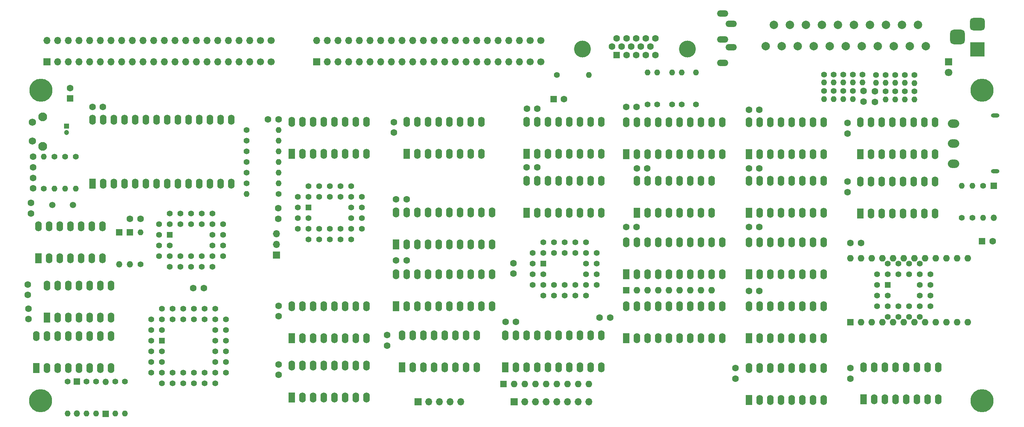
<source format=gbr>
%TF.GenerationSoftware,KiCad,Pcbnew,7.0.10*%
%TF.CreationDate,2024-05-18T10:40:10+01:00*%
%TF.ProjectId,v1c,7631632e-6b69-4636-9164-5f7063625858,rev?*%
%TF.SameCoordinates,Original*%
%TF.FileFunction,Soldermask,Bot*%
%TF.FilePolarity,Negative*%
%FSLAX46Y46*%
G04 Gerber Fmt 4.6, Leading zero omitted, Abs format (unit mm)*
G04 Created by KiCad (PCBNEW 7.0.10) date 2024-05-18 10:40:10*
%MOMM*%
%LPD*%
G01*
G04 APERTURE LIST*
G04 Aperture macros list*
%AMRoundRect*
0 Rectangle with rounded corners*
0 $1 Rounding radius*
0 $2 $3 $4 $5 $6 $7 $8 $9 X,Y pos of 4 corners*
0 Add a 4 corners polygon primitive as box body*
4,1,4,$2,$3,$4,$5,$6,$7,$8,$9,$2,$3,0*
0 Add four circle primitives for the rounded corners*
1,1,$1+$1,$2,$3*
1,1,$1+$1,$4,$5*
1,1,$1+$1,$6,$7*
1,1,$1+$1,$8,$9*
0 Add four rect primitives between the rounded corners*
20,1,$1+$1,$2,$3,$4,$5,0*
20,1,$1+$1,$4,$5,$6,$7,0*
20,1,$1+$1,$6,$7,$8,$9,0*
20,1,$1+$1,$8,$9,$2,$3,0*%
G04 Aperture macros list end*
%ADD10C,1.600000*%
%ADD11R,1.600000X1.600000*%
%ADD12O,1.600000X1.600000*%
%ADD13R,1.422400X1.422400*%
%ADD14C,1.422400*%
%ADD15R,1.600000X2.400000*%
%ADD16O,1.600000X2.400000*%
%ADD17R,3.500000X3.500000*%
%ADD18RoundRect,0.750000X-1.000000X0.750000X-1.000000X-0.750000X1.000000X-0.750000X1.000000X0.750000X0*%
%ADD19RoundRect,0.875000X-0.875000X0.875000X-0.875000X-0.875000X0.875000X-0.875000X0.875000X0.875000X0*%
%ADD20C,4.000000*%
%ADD21C,1.400000*%
%ADD22O,1.400000X1.400000*%
%ADD23R,1.200000X1.200000*%
%ADD24C,1.200000*%
%ADD25R,1.500000X1.500000*%
%ADD26O,1.500000X1.500000*%
%ADD27C,5.500000*%
%ADD28C,2.100000*%
%ADD29C,1.750000*%
%ADD30R,1.700000X1.700000*%
%ADD31O,1.700000X1.700000*%
%ADD32O,2.000000X1.000000*%
%ADD33O,2.700000X2.000000*%
%ADD34C,1.998980*%
%ADD35R,1.800000X1.800000*%
%ADD36C,1.800000*%
%ADD37C,1.700000*%
%ADD38O,2.700000X1.500000*%
%ADD39C,1.500000*%
G04 APERTURE END LIST*
D10*
%TO.C,Cd11*%
X101600000Y-126365000D03*
X101600000Y-128865000D03*
%TD*%
D11*
%TO.C,U20*%
X237633000Y-116325000D03*
D12*
X240173000Y-116325000D03*
X242713000Y-116325000D03*
X245253000Y-116325000D03*
X247793000Y-116325000D03*
X250333000Y-116325000D03*
X252873000Y-116325000D03*
X255413000Y-116325000D03*
X257953000Y-116325000D03*
X260493000Y-116325000D03*
X263033000Y-116325000D03*
X265573000Y-116325000D03*
X265573000Y-101085000D03*
X263033000Y-101085000D03*
X260493000Y-101085000D03*
X257953000Y-101085000D03*
X255413000Y-101085000D03*
X252873000Y-101085000D03*
X250333000Y-101085000D03*
X247793000Y-101085000D03*
X245253000Y-101085000D03*
X242713000Y-101085000D03*
X240173000Y-101085000D03*
X237633000Y-101085000D03*
%TD*%
D13*
%TO.C,U5*%
X108743000Y-89000000D03*
D14*
X106203000Y-91540000D03*
X108743000Y-91540000D03*
X106203000Y-94080000D03*
X108743000Y-96620000D03*
X108743000Y-94080000D03*
X111283000Y-96620000D03*
X111283000Y-94080000D03*
X113823000Y-96620000D03*
X113823000Y-94080000D03*
X116363000Y-96620000D03*
X116363000Y-94080000D03*
X118903000Y-96620000D03*
X121443000Y-94080000D03*
X118903000Y-94080000D03*
X121443000Y-91540000D03*
X118903000Y-91540000D03*
X121443000Y-89000000D03*
X118903000Y-89000000D03*
X121443000Y-86460000D03*
X118903000Y-83920000D03*
X118903000Y-86460000D03*
X116363000Y-83920000D03*
X116363000Y-86460000D03*
X113823000Y-83920000D03*
X113823000Y-86460000D03*
X111283000Y-83920000D03*
X111283000Y-86460000D03*
X108743000Y-83920000D03*
X106203000Y-86460000D03*
X108743000Y-86460000D03*
X106203000Y-89000000D03*
%TD*%
D10*
%TO.C,Cd4*%
X129540000Y-101600000D03*
X132040000Y-101600000D03*
%TD*%
%TO.C,C5*%
X243500000Y-63819000D03*
X243500000Y-61319000D03*
%TD*%
%TO.C,Cd28*%
X213528000Y-79612000D03*
X216028000Y-79612000D03*
%TD*%
D15*
%TO.C,U19*%
X240030000Y-76300000D03*
D16*
X242570000Y-76300000D03*
X245110000Y-76300000D03*
X247650000Y-76300000D03*
X250190000Y-76300000D03*
X252730000Y-76300000D03*
X255270000Y-76300000D03*
X257810000Y-76300000D03*
X257810000Y-68680000D03*
X255270000Y-68680000D03*
X252730000Y-68680000D03*
X250190000Y-68680000D03*
X247650000Y-68680000D03*
X245110000Y-68680000D03*
X242570000Y-68680000D03*
X240030000Y-68680000D03*
%TD*%
D17*
%TO.C,J3*%
X267857500Y-51300000D03*
D18*
X267857500Y-45300000D03*
D19*
X263157500Y-48300000D03*
%TD*%
D20*
%TO.C,J7*%
X198890000Y-51181000D03*
X173890000Y-51181000D03*
D11*
X182075000Y-52601000D03*
D10*
X184365000Y-52601000D03*
X186655000Y-52601000D03*
X188945000Y-52601000D03*
X191235000Y-52601000D03*
X180930000Y-50621000D03*
X183220000Y-50621000D03*
X185510000Y-50621000D03*
X187800000Y-50621000D03*
X190090000Y-50621000D03*
X182075000Y-48641000D03*
X184365000Y-48641000D03*
X186655000Y-48641000D03*
X188945000Y-48641000D03*
X191235000Y-48641000D03*
%TD*%
D21*
%TO.C,R25*%
X236007000Y-57270000D03*
D22*
X236007000Y-59170000D03*
%TD*%
D21*
%TO.C,R10*%
X93980000Y-78105000D03*
D22*
X101600000Y-78105000D03*
%TD*%
D15*
%TO.C,U18*%
X240030000Y-90407000D03*
D16*
X242570000Y-90407000D03*
X245110000Y-90407000D03*
X247650000Y-90407000D03*
X250190000Y-90407000D03*
X252730000Y-90407000D03*
X255270000Y-90407000D03*
X257810000Y-90407000D03*
X257810000Y-82787000D03*
X255270000Y-82787000D03*
X252730000Y-82787000D03*
X250190000Y-82787000D03*
X247650000Y-82787000D03*
X245110000Y-82787000D03*
X242570000Y-82787000D03*
X240030000Y-82787000D03*
%TD*%
D10*
%TO.C,Cd32*%
X210353000Y-127237000D03*
X210353000Y-129737000D03*
%TD*%
D21*
%TO.C,R7*%
X45720000Y-84455000D03*
D22*
X45720000Y-76835000D03*
%TD*%
D23*
%TO.C,C1*%
X51100000Y-69577400D03*
D24*
X51100000Y-71077400D03*
%TD*%
D21*
%TO.C,R11*%
X93980000Y-75565000D03*
D22*
X101600000Y-75565000D03*
%TD*%
D21*
%TO.C,R16*%
X195240000Y-64372000D03*
D22*
X195240000Y-56752000D03*
%TD*%
D21*
%TO.C,R24*%
X233721000Y-57270000D03*
D22*
X233721000Y-59170000D03*
%TD*%
D11*
%TO.C,RN2*%
X155098000Y-131047000D03*
D12*
X157638000Y-131047000D03*
X160178000Y-131047000D03*
X162718000Y-131047000D03*
X165258000Y-131047000D03*
X167798000Y-131047000D03*
X170338000Y-131047000D03*
X172878000Y-131047000D03*
X175418000Y-131047000D03*
%TD*%
D21*
%TO.C,R9*%
X93980000Y-80645000D03*
D22*
X101600000Y-80645000D03*
%TD*%
D25*
%TO.C,D4*%
X66208000Y-94852000D03*
D26*
X66208000Y-102472000D03*
%TD*%
D27*
%TO.C,H2*%
X45000000Y-135000000D03*
%TD*%
D15*
%TO.C,U3*%
X104775000Y-134222000D03*
D16*
X107315000Y-134222000D03*
X109855000Y-134222000D03*
X112395000Y-134222000D03*
X114935000Y-134222000D03*
X117475000Y-134222000D03*
X120015000Y-134222000D03*
X122555000Y-134222000D03*
X122555000Y-126602000D03*
X120015000Y-126602000D03*
X117475000Y-126602000D03*
X114935000Y-126602000D03*
X112395000Y-126602000D03*
X109855000Y-126602000D03*
X107315000Y-126602000D03*
X104775000Y-126602000D03*
%TD*%
D15*
%TO.C,U16*%
X213493000Y-134857000D03*
D16*
X216033000Y-134857000D03*
X218573000Y-134857000D03*
X221113000Y-134857000D03*
X223653000Y-134857000D03*
X226193000Y-134857000D03*
X228733000Y-134857000D03*
X231273000Y-134857000D03*
X231273000Y-127237000D03*
X228733000Y-127237000D03*
X226193000Y-127237000D03*
X223653000Y-127237000D03*
X221113000Y-127237000D03*
X218573000Y-127237000D03*
X216033000Y-127237000D03*
X213493000Y-127237000D03*
%TD*%
D21*
%TO.C,R39*%
X167808000Y-57387000D03*
D22*
X175428000Y-57387000D03*
%TD*%
D21*
%TO.C,R34*%
X248326000Y-57387000D03*
D22*
X248326000Y-59287000D03*
%TD*%
D10*
%TO.C,C3*%
X43180000Y-76855000D03*
X43180000Y-79355000D03*
%TD*%
D15*
%TO.C,U7*%
X160655000Y-76200000D03*
D16*
X163195000Y-76200000D03*
X165735000Y-76200000D03*
X168275000Y-76200000D03*
X170815000Y-76200000D03*
X173355000Y-76200000D03*
X175895000Y-76200000D03*
X178435000Y-76200000D03*
X178435000Y-68580000D03*
X175895000Y-68580000D03*
X173355000Y-68580000D03*
X170815000Y-68580000D03*
X168275000Y-68580000D03*
X165735000Y-68580000D03*
X163195000Y-68580000D03*
X160655000Y-68580000D03*
%TD*%
D21*
%TO.C,R2*%
X101600000Y-85725000D03*
D22*
X93980000Y-85725000D03*
%TD*%
D28*
%TO.C,SW1*%
X45466000Y-74422000D03*
X45466000Y-67412000D03*
D29*
X42976000Y-73172000D03*
X42976000Y-68672000D03*
%TD*%
D15*
%TO.C,U2*%
X44450000Y-101065000D03*
D16*
X46990000Y-101065000D03*
X49530000Y-101065000D03*
X52070000Y-101065000D03*
X54610000Y-101065000D03*
X57150000Y-101065000D03*
X59690000Y-101065000D03*
X59690000Y-93445000D03*
X57150000Y-93445000D03*
X54610000Y-93445000D03*
X52070000Y-93445000D03*
X49530000Y-93445000D03*
X46990000Y-93445000D03*
X44450000Y-93445000D03*
%TD*%
D21*
%TO.C,R22*%
X238293000Y-61202000D03*
D22*
X238293000Y-63102000D03*
%TD*%
D21*
%TO.C,R5*%
X50800000Y-76835000D03*
D22*
X50800000Y-84455000D03*
%TD*%
D30*
%TO.C,J2*%
X157638000Y-135255000D03*
D31*
X160178000Y-135255000D03*
X162718000Y-135255000D03*
X165258000Y-135255000D03*
X167798000Y-135255000D03*
X170338000Y-135255000D03*
X172878000Y-135255000D03*
X175418000Y-135255000D03*
%TD*%
D21*
%TO.C,R15*%
X191684000Y-64372000D03*
D22*
X191684000Y-56752000D03*
%TD*%
D21*
%TO.C,R6*%
X53340000Y-76835000D03*
D22*
X53340000Y-84455000D03*
%TD*%
D21*
%TO.C,R32*%
X252898000Y-57408000D03*
D22*
X252898000Y-59308000D03*
%TD*%
D32*
%TO.C,SW2*%
X272155000Y-80310000D03*
X272155000Y-67010000D03*
D33*
X262255000Y-78510000D03*
X262255000Y-73710000D03*
X262255000Y-69010000D03*
%TD*%
D21*
%TO.C,R38*%
X266700000Y-91440000D03*
D22*
X266700000Y-83820000D03*
%TD*%
D10*
%TO.C,Cd27*%
X42672000Y-90367000D03*
X42672000Y-87867000D03*
%TD*%
D21*
%TO.C,R21*%
X236007000Y-61202000D03*
D22*
X236007000Y-63102000D03*
%TD*%
D10*
%TO.C,Cd1*%
X180508000Y-115172000D03*
X178008000Y-115172000D03*
%TD*%
D21*
%TO.C,R3*%
X58166000Y-130412000D03*
D22*
X58166000Y-138032000D03*
%TD*%
D15*
%TO.C,U15*%
X184308000Y-76300000D03*
D16*
X186848000Y-76300000D03*
X189388000Y-76300000D03*
X191928000Y-76300000D03*
X194468000Y-76300000D03*
X197008000Y-76300000D03*
X199548000Y-76300000D03*
X202088000Y-76300000D03*
X204628000Y-76300000D03*
X207168000Y-76300000D03*
X207168000Y-68680000D03*
X204628000Y-68680000D03*
X202088000Y-68680000D03*
X199548000Y-68680000D03*
X197008000Y-68680000D03*
X194468000Y-68680000D03*
X191928000Y-68680000D03*
X189388000Y-68680000D03*
X186848000Y-68680000D03*
X184308000Y-68680000D03*
%TD*%
D10*
%TO.C,Cd15*%
X41910000Y-107315000D03*
X41910000Y-109815000D03*
%TD*%
%TO.C,Cd30*%
X213528000Y-65642000D03*
X216028000Y-65642000D03*
%TD*%
D15*
%TO.C,U17*%
X240813000Y-134710000D03*
D16*
X243353000Y-134710000D03*
X245893000Y-134710000D03*
X248433000Y-134710000D03*
X250973000Y-134710000D03*
X253513000Y-134710000D03*
X256053000Y-134710000D03*
X258593000Y-134710000D03*
X258593000Y-127090000D03*
X256053000Y-127090000D03*
X253513000Y-127090000D03*
X250973000Y-127090000D03*
X248433000Y-127090000D03*
X245893000Y-127090000D03*
X243353000Y-127090000D03*
X240813000Y-127090000D03*
%TD*%
D10*
%TO.C,C2*%
X43180000Y-84415000D03*
X43180000Y-81915000D03*
%TD*%
%TO.C,Cd9*%
X213528000Y-93582000D03*
X216028000Y-93582000D03*
%TD*%
%TO.C,Cd29*%
X160695000Y-65405000D03*
X163195000Y-65405000D03*
%TD*%
D21*
%TO.C,R1*%
X55880000Y-130412000D03*
D22*
X55880000Y-138032000D03*
%TD*%
D21*
%TO.C,R28*%
X252898000Y-61319000D03*
D22*
X252898000Y-63219000D03*
%TD*%
D10*
%TO.C,Cd19*%
X101600000Y-67945000D03*
X99100000Y-67945000D03*
%TD*%
D21*
%TO.C,R14*%
X189398000Y-64372000D03*
D22*
X189398000Y-56752000D03*
%TD*%
D10*
%TO.C,Cd2*%
X155595000Y-116205000D03*
X158095000Y-116205000D03*
%TD*%
D15*
%TO.C,U32*%
X129540000Y-112495000D03*
D16*
X132080000Y-112495000D03*
X134620000Y-112495000D03*
X137160000Y-112495000D03*
X139700000Y-112495000D03*
X142240000Y-112495000D03*
X144780000Y-112495000D03*
X147320000Y-112495000D03*
X149860000Y-112495000D03*
X152400000Y-112495000D03*
X152400000Y-104875000D03*
X149860000Y-104875000D03*
X147320000Y-104875000D03*
X144780000Y-104875000D03*
X142240000Y-104875000D03*
X139700000Y-104875000D03*
X137160000Y-104875000D03*
X134620000Y-104875000D03*
X132080000Y-104875000D03*
X129540000Y-104875000D03*
%TD*%
D11*
%TO.C,C7*%
X167045000Y-63102000D03*
D10*
X169545000Y-63102000D03*
%TD*%
%TO.C,Cd13*%
X42078000Y-115570000D03*
X42078000Y-113070000D03*
%TD*%
D21*
%TO.C,R4*%
X48260000Y-76835000D03*
D22*
X48260000Y-84455000D03*
%TD*%
D11*
%TO.C,C6*%
X269000000Y-97000000D03*
D10*
X271500000Y-97000000D03*
%TD*%
D25*
%TO.C,D1*%
X53594000Y-130412000D03*
D26*
X53594000Y-138032000D03*
%TD*%
D15*
%TO.C,U24*%
X213493000Y-90270000D03*
D16*
X216033000Y-90270000D03*
X218573000Y-90270000D03*
X221113000Y-90270000D03*
X223653000Y-90270000D03*
X226193000Y-90270000D03*
X228733000Y-90270000D03*
X231273000Y-90270000D03*
X231273000Y-82650000D03*
X228733000Y-82650000D03*
X226193000Y-82650000D03*
X223653000Y-82650000D03*
X221113000Y-82650000D03*
X218573000Y-82650000D03*
X216033000Y-82650000D03*
X213493000Y-82650000D03*
%TD*%
D15*
%TO.C,U14*%
X186838000Y-90260000D03*
D16*
X189378000Y-90260000D03*
X191918000Y-90260000D03*
X194458000Y-90260000D03*
X196998000Y-90260000D03*
X199538000Y-90260000D03*
X202078000Y-90260000D03*
X204618000Y-90260000D03*
X204618000Y-82640000D03*
X202078000Y-82640000D03*
X199538000Y-82640000D03*
X196998000Y-82640000D03*
X194458000Y-82640000D03*
X191918000Y-82640000D03*
X189378000Y-82640000D03*
X186838000Y-82640000D03*
%TD*%
D30*
%TO.C,J9*%
X101092000Y-100315000D03*
D31*
X101092000Y-97775000D03*
X101092000Y-95235000D03*
%TD*%
D21*
%TO.C,R36*%
X243754000Y-57387000D03*
D22*
X243754000Y-59287000D03*
%TD*%
D11*
%TO.C,RN1*%
X184288000Y-108685000D03*
D12*
X186828000Y-108685000D03*
X189368000Y-108685000D03*
X191908000Y-108685000D03*
X194448000Y-108685000D03*
X196988000Y-108685000D03*
X199528000Y-108685000D03*
X202068000Y-108685000D03*
X204608000Y-108685000D03*
%TD*%
D27*
%TO.C,H4*%
X269000000Y-135000000D03*
%TD*%
D21*
%TO.C,R29*%
X250612000Y-61319600D03*
D22*
X250612000Y-63219600D03*
%TD*%
D10*
%TO.C,Cd20*%
X237698000Y-97392000D03*
X240198000Y-97392000D03*
%TD*%
D21*
%TO.C,R44*%
X65000000Y-130429000D03*
D22*
X65000000Y-138049000D03*
%TD*%
D13*
%TO.C,U21*%
X246523000Y-107425000D03*
D14*
X243983000Y-109965000D03*
X246523000Y-109965000D03*
X243983000Y-112505000D03*
X246523000Y-115045000D03*
X246523000Y-112505000D03*
X249063000Y-115045000D03*
X249063000Y-112505000D03*
X251603000Y-115045000D03*
X251603000Y-112505000D03*
X254143000Y-115045000D03*
X256683000Y-112505000D03*
X254143000Y-112505000D03*
X256683000Y-109965000D03*
X254143000Y-109965000D03*
X256683000Y-107425000D03*
X254143000Y-107425000D03*
X256683000Y-104885000D03*
X254143000Y-102345000D03*
X254143000Y-104885000D03*
X251603000Y-102345000D03*
X251603000Y-104885000D03*
X249063000Y-102345000D03*
X249063000Y-104885000D03*
X246523000Y-102345000D03*
X243983000Y-104885000D03*
X246523000Y-104885000D03*
X243983000Y-107425000D03*
%TD*%
D27*
%TO.C,H3*%
X269030000Y-61000000D03*
%TD*%
D10*
%TO.C,C4*%
X240833000Y-63702000D03*
X240833000Y-61202000D03*
%TD*%
D21*
%TO.C,R37*%
X68748000Y-102472000D03*
D22*
X68748000Y-94852000D03*
%TD*%
D25*
%TO.C,D2*%
X271780000Y-83820000D03*
D26*
X271780000Y-91440000D03*
%TD*%
D15*
%TO.C,U23*%
X213493000Y-104875000D03*
D16*
X216033000Y-104875000D03*
X218573000Y-104875000D03*
X221113000Y-104875000D03*
X223653000Y-104875000D03*
X226193000Y-104875000D03*
X228733000Y-104875000D03*
X231273000Y-104875000D03*
X231273000Y-97255000D03*
X228733000Y-97255000D03*
X226193000Y-97255000D03*
X223653000Y-97255000D03*
X221113000Y-97255000D03*
X218573000Y-97255000D03*
X216033000Y-97255000D03*
X213493000Y-97255000D03*
%TD*%
D10*
%TO.C,Cd31*%
X101514000Y-89137000D03*
X101514000Y-91637000D03*
%TD*%
D21*
%TO.C,R41*%
X264160000Y-91440000D03*
D22*
X264160000Y-83820000D03*
%TD*%
D11*
%TO.C,C8*%
X52000000Y-63000000D03*
D10*
X52000000Y-60500000D03*
%TD*%
D15*
%TO.C,U28*%
X57293000Y-83290000D03*
D16*
X59833000Y-83290000D03*
X62373000Y-83290000D03*
X64913000Y-83290000D03*
X67453000Y-83290000D03*
X69993000Y-83290000D03*
X72533000Y-83290000D03*
X75073000Y-83290000D03*
X77613000Y-83290000D03*
X80153000Y-83290000D03*
X82693000Y-83290000D03*
X85233000Y-83290000D03*
X87773000Y-83290000D03*
X90313000Y-83290000D03*
X90313000Y-68050000D03*
X87773000Y-68050000D03*
X85233000Y-68050000D03*
X82693000Y-68050000D03*
X80153000Y-68050000D03*
X77613000Y-68050000D03*
X75073000Y-68050000D03*
X72533000Y-68050000D03*
X69993000Y-68050000D03*
X67453000Y-68050000D03*
X64913000Y-68050000D03*
X62373000Y-68050000D03*
X59833000Y-68050000D03*
X57293000Y-68050000D03*
%TD*%
D15*
%TO.C,U10*%
X104775000Y-76200000D03*
D16*
X107315000Y-76200000D03*
X109855000Y-76200000D03*
X112395000Y-76200000D03*
X114935000Y-76200000D03*
X117475000Y-76200000D03*
X120015000Y-76200000D03*
X122555000Y-76200000D03*
X122555000Y-68580000D03*
X120015000Y-68580000D03*
X117475000Y-68580000D03*
X114935000Y-68580000D03*
X112395000Y-68580000D03*
X109855000Y-68580000D03*
X107315000Y-68580000D03*
X104775000Y-68580000D03*
%TD*%
D10*
%TO.C,Cd25*%
X127422000Y-119383000D03*
X127422000Y-121883000D03*
%TD*%
D21*
%TO.C,R43*%
X62738000Y-130450000D03*
D22*
X62738000Y-138070000D03*
%TD*%
D34*
%TO.C,J4*%
X217513000Y-50559640D03*
X219418000Y-45479640D03*
X221323000Y-50559640D03*
X223228000Y-45479640D03*
X225133000Y-50559640D03*
X227038000Y-45479640D03*
X228943000Y-50559640D03*
X230848000Y-45479640D03*
X232753000Y-50559640D03*
X234658000Y-45479640D03*
X236563000Y-50559640D03*
X238468000Y-45479640D03*
X240373000Y-50559640D03*
X242278000Y-45479640D03*
X244183000Y-50559640D03*
X246088000Y-45479640D03*
X247993000Y-50559640D03*
X249898000Y-45479640D03*
X251803000Y-50559640D03*
X253708000Y-45479640D03*
X255613000Y-50559640D03*
%TD*%
D13*
%TO.C,U8*%
X164623000Y-102335000D03*
D14*
X162083000Y-104875000D03*
X164623000Y-104875000D03*
X162083000Y-107415000D03*
X164623000Y-109955000D03*
X164623000Y-107415000D03*
X167163000Y-109955000D03*
X167163000Y-107415000D03*
X169703000Y-109955000D03*
X169703000Y-107415000D03*
X172243000Y-109955000D03*
X172243000Y-107415000D03*
X174783000Y-109955000D03*
X177323000Y-107415000D03*
X174783000Y-107415000D03*
X177323000Y-104875000D03*
X174783000Y-104875000D03*
X177323000Y-102335000D03*
X174783000Y-102335000D03*
X177323000Y-99795000D03*
X174783000Y-97255000D03*
X174783000Y-99795000D03*
X172243000Y-97255000D03*
X172243000Y-99795000D03*
X169703000Y-97255000D03*
X169703000Y-99795000D03*
X167163000Y-97255000D03*
X167163000Y-99795000D03*
X164623000Y-97255000D03*
X162083000Y-99795000D03*
X164623000Y-99795000D03*
X162083000Y-102335000D03*
%TD*%
D15*
%TO.C,U22*%
X213518000Y-120125000D03*
D16*
X216058000Y-120125000D03*
X218598000Y-120125000D03*
X221138000Y-120125000D03*
X223678000Y-120125000D03*
X226218000Y-120125000D03*
X228758000Y-120125000D03*
X231298000Y-120125000D03*
X231298000Y-112505000D03*
X228758000Y-112505000D03*
X226218000Y-112505000D03*
X223678000Y-112505000D03*
X221138000Y-112505000D03*
X218598000Y-112505000D03*
X216058000Y-112505000D03*
X213518000Y-112505000D03*
%TD*%
D15*
%TO.C,U26*%
X46523000Y-115172000D03*
D16*
X49063000Y-115172000D03*
X51603000Y-115172000D03*
X54143000Y-115172000D03*
X56683000Y-115172000D03*
X59223000Y-115172000D03*
X61763000Y-115172000D03*
X61763000Y-107552000D03*
X59223000Y-107552000D03*
X56683000Y-107552000D03*
X54143000Y-107552000D03*
X51603000Y-107552000D03*
X49063000Y-107552000D03*
X46523000Y-107552000D03*
%TD*%
D13*
%TO.C,U1*%
X73818000Y-120750000D03*
D14*
X71278000Y-123290000D03*
X73818000Y-123290000D03*
X71278000Y-125830000D03*
X73818000Y-125830000D03*
X71278000Y-128370000D03*
X73818000Y-130910000D03*
X73818000Y-128370000D03*
X76358000Y-130910000D03*
X76358000Y-128370000D03*
X78898000Y-130910000D03*
X78898000Y-128370000D03*
X81438000Y-130910000D03*
X81438000Y-128370000D03*
X83978000Y-130910000D03*
X83978000Y-128370000D03*
X86518000Y-130910000D03*
X89058000Y-128370000D03*
X86518000Y-128370000D03*
X89058000Y-125830000D03*
X86518000Y-125830000D03*
X89058000Y-123290000D03*
X86518000Y-123290000D03*
X89058000Y-120750000D03*
X86518000Y-120750000D03*
X89058000Y-118210000D03*
X86518000Y-118210000D03*
X89058000Y-115670000D03*
X86518000Y-113130000D03*
X86518000Y-115670000D03*
X83978000Y-113130000D03*
X83978000Y-115670000D03*
X81438000Y-113130000D03*
X81438000Y-115670000D03*
X78898000Y-113130000D03*
X78898000Y-115670000D03*
X76358000Y-113130000D03*
X76358000Y-115670000D03*
X73818000Y-113130000D03*
X71278000Y-115670000D03*
X73818000Y-115670000D03*
X71278000Y-118210000D03*
X73818000Y-118210000D03*
X71278000Y-120750000D03*
%TD*%
D30*
%TO.C,J1*%
X134788000Y-135255000D03*
D31*
X137328000Y-135255000D03*
X139868000Y-135255000D03*
X142408000Y-135255000D03*
X144948000Y-135255000D03*
%TD*%
D35*
%TO.C,D3*%
X261030000Y-54225000D03*
D36*
X261030000Y-56765000D03*
%TD*%
D15*
%TO.C,U31*%
X155575000Y-127090000D03*
D16*
X158115000Y-127090000D03*
X160655000Y-127090000D03*
X163195000Y-127090000D03*
X165735000Y-127090000D03*
X168275000Y-127090000D03*
X170815000Y-127090000D03*
X173355000Y-127090000D03*
X175895000Y-127090000D03*
X178435000Y-127090000D03*
X178435000Y-119470000D03*
X175895000Y-119470000D03*
X173355000Y-119470000D03*
X170815000Y-119470000D03*
X168275000Y-119470000D03*
X165735000Y-119470000D03*
X163195000Y-119470000D03*
X160655000Y-119470000D03*
X158115000Y-119470000D03*
X155575000Y-119470000D03*
%TD*%
D21*
%TO.C,R35*%
X246040000Y-57387000D03*
D22*
X246040000Y-59287000D03*
%TD*%
D21*
%TO.C,R12*%
X93980000Y-73025000D03*
D22*
X101600000Y-73025000D03*
%TD*%
D21*
%TO.C,R17*%
X197526000Y-64372000D03*
D22*
X197526000Y-56752000D03*
%TD*%
D21*
%TO.C,R20*%
X233721000Y-61202000D03*
D22*
X233721000Y-63102000D03*
%TD*%
D13*
%TO.C,U29*%
X75723000Y-95487000D03*
D14*
X73183000Y-98027000D03*
X75723000Y-98027000D03*
X73183000Y-100567000D03*
X75723000Y-103107000D03*
X75723000Y-100567000D03*
X78263000Y-103107000D03*
X78263000Y-100567000D03*
X80803000Y-103107000D03*
X80803000Y-100567000D03*
X83343000Y-103107000D03*
X83343000Y-100567000D03*
X85883000Y-103107000D03*
X88423000Y-100567000D03*
X85883000Y-100567000D03*
X88423000Y-98027000D03*
X85883000Y-98027000D03*
X88423000Y-95487000D03*
X85883000Y-95487000D03*
X88423000Y-92947000D03*
X85883000Y-90407000D03*
X85883000Y-92947000D03*
X83343000Y-90407000D03*
X83343000Y-92947000D03*
X80803000Y-90407000D03*
X80803000Y-92947000D03*
X78263000Y-90407000D03*
X78263000Y-92947000D03*
X75723000Y-90407000D03*
X73183000Y-92947000D03*
X75723000Y-92947000D03*
X73183000Y-95487000D03*
%TD*%
D10*
%TO.C,Cd26*%
X184318000Y-93582000D03*
X186818000Y-93582000D03*
%TD*%
D15*
%TO.C,U30*%
X130958000Y-127090000D03*
D16*
X133498000Y-127090000D03*
X136038000Y-127090000D03*
X138578000Y-127090000D03*
X141118000Y-127090000D03*
X143658000Y-127090000D03*
X146198000Y-127090000D03*
X148738000Y-127090000D03*
X148738000Y-119470000D03*
X146198000Y-119470000D03*
X143658000Y-119470000D03*
X141118000Y-119470000D03*
X138578000Y-119470000D03*
X136038000Y-119470000D03*
X133498000Y-119470000D03*
X130958000Y-119470000D03*
%TD*%
D30*
%TO.C,J6*%
X110648000Y-54212000D03*
D31*
X110648000Y-49132000D03*
X113188000Y-54212000D03*
X113188000Y-49132000D03*
X115728000Y-54212000D03*
X115728000Y-49132000D03*
X118268000Y-54212000D03*
X118268000Y-49132000D03*
X120808000Y-54212000D03*
X120808000Y-49132000D03*
X123348000Y-54212000D03*
X123348000Y-49132000D03*
X125888000Y-54212000D03*
X125888000Y-49132000D03*
X128428000Y-54212000D03*
X128428000Y-49132000D03*
X130968000Y-54212000D03*
X130968000Y-49132000D03*
X133508000Y-54212000D03*
X133508000Y-49132000D03*
X136048000Y-54212000D03*
X136048000Y-49132000D03*
X138588000Y-54212000D03*
X138588000Y-49132000D03*
X141128000Y-54212000D03*
X141128000Y-49132000D03*
X143668000Y-54212000D03*
X143668000Y-49132000D03*
X146208000Y-54212000D03*
X146208000Y-49132000D03*
X148748000Y-54212000D03*
X148748000Y-49132000D03*
X151288000Y-54212000D03*
X151288000Y-49132000D03*
X153828000Y-54212000D03*
X153828000Y-49132000D03*
X156368000Y-54212000D03*
X156368000Y-49132000D03*
X158908000Y-54212000D03*
X158908000Y-49132000D03*
D37*
X161448000Y-54212000D03*
X161448000Y-49132000D03*
X163988000Y-54212000D03*
X163988000Y-49132000D03*
%TD*%
D10*
%TO.C,Cd16*%
X213528000Y-108822000D03*
X216028000Y-108822000D03*
%TD*%
D21*
%TO.C,R40*%
X269240000Y-83820000D03*
D22*
X269240000Y-91440000D03*
%TD*%
D10*
%TO.C,Cd14*%
X83820000Y-108187000D03*
X81320000Y-108187000D03*
%TD*%
D15*
%TO.C,U4*%
X104775000Y-120115000D03*
D16*
X107315000Y-120115000D03*
X109855000Y-120115000D03*
X112395000Y-120115000D03*
X114935000Y-120115000D03*
X117475000Y-120115000D03*
X120015000Y-120115000D03*
X122555000Y-120115000D03*
X122555000Y-112495000D03*
X120015000Y-112495000D03*
X117475000Y-112495000D03*
X114935000Y-112495000D03*
X112395000Y-112495000D03*
X109855000Y-112495000D03*
X107315000Y-112495000D03*
X104775000Y-112495000D03*
%TD*%
D10*
%TO.C,Cd10*%
X68748000Y-91677000D03*
X66248000Y-91677000D03*
%TD*%
%TO.C,Cd17*%
X186858000Y-79612000D03*
X189358000Y-79612000D03*
%TD*%
D21*
%TO.C,R13*%
X93980000Y-70485000D03*
D22*
X101600000Y-70485000D03*
%TD*%
D10*
%TO.C,Cd6*%
X157480000Y-102235000D03*
X157480000Y-104735000D03*
%TD*%
D21*
%TO.C,R33*%
X250612000Y-57387000D03*
D22*
X250612000Y-59287000D03*
%TD*%
D15*
%TO.C,U25*%
X213518000Y-76300000D03*
D16*
X216058000Y-76300000D03*
X218598000Y-76300000D03*
X221138000Y-76300000D03*
X223678000Y-76300000D03*
X226218000Y-76300000D03*
X228758000Y-76300000D03*
X231298000Y-76300000D03*
X231298000Y-68680000D03*
X228758000Y-68680000D03*
X226218000Y-68680000D03*
X223678000Y-68680000D03*
X221138000Y-68680000D03*
X218598000Y-68680000D03*
X216058000Y-68680000D03*
X213518000Y-68680000D03*
%TD*%
D15*
%TO.C,U12*%
X184308000Y-104875000D03*
D16*
X186848000Y-104875000D03*
X189388000Y-104875000D03*
X191928000Y-104875000D03*
X194468000Y-104875000D03*
X197008000Y-104875000D03*
X199548000Y-104875000D03*
X202088000Y-104875000D03*
X204628000Y-104875000D03*
X207168000Y-104875000D03*
X207168000Y-97255000D03*
X204628000Y-97255000D03*
X202088000Y-97255000D03*
X199548000Y-97255000D03*
X197008000Y-97255000D03*
X194468000Y-97255000D03*
X191928000Y-97255000D03*
X189388000Y-97255000D03*
X186848000Y-97255000D03*
X184308000Y-97255000D03*
%TD*%
D21*
%TO.C,R31*%
X246040000Y-61319600D03*
D22*
X246040000Y-63219600D03*
%TD*%
D38*
%TO.C,J8*%
X209264000Y-50800000D03*
X207264000Y-48900000D03*
X207264000Y-42700000D03*
X209264000Y-45200000D03*
X207264000Y-54500000D03*
%TD*%
D21*
%TO.C,R23*%
X231435000Y-57270000D03*
D22*
X231435000Y-59170000D03*
%TD*%
D30*
%TO.C,J5*%
X46523000Y-54212000D03*
D31*
X46523000Y-49132000D03*
X49063000Y-54212000D03*
X49063000Y-49132000D03*
X51603000Y-54212000D03*
X51603000Y-49132000D03*
X54143000Y-54212000D03*
X54143000Y-49132000D03*
X56683000Y-54212000D03*
X56683000Y-49132000D03*
X59223000Y-54212000D03*
X59223000Y-49132000D03*
X61763000Y-54212000D03*
X61763000Y-49132000D03*
X64303000Y-54212000D03*
X64303000Y-49132000D03*
X66843000Y-54212000D03*
X66843000Y-49132000D03*
X69383000Y-54212000D03*
X69383000Y-49132000D03*
X71923000Y-54212000D03*
X71923000Y-49132000D03*
X74463000Y-54212000D03*
X74463000Y-49132000D03*
X77003000Y-54212000D03*
X77003000Y-49132000D03*
X79543000Y-54212000D03*
X79543000Y-49132000D03*
X82083000Y-54212000D03*
X82083000Y-49132000D03*
X84623000Y-54212000D03*
X84623000Y-49132000D03*
X87163000Y-54212000D03*
X87163000Y-49132000D03*
X89703000Y-54212000D03*
X89703000Y-49132000D03*
X92243000Y-54212000D03*
X92243000Y-49132000D03*
X94783000Y-54212000D03*
X94783000Y-49132000D03*
D37*
X97323000Y-54212000D03*
X97323000Y-49132000D03*
X99863000Y-54212000D03*
X99863000Y-49132000D03*
%TD*%
D21*
%TO.C,R27*%
X240579000Y-57270000D03*
D22*
X240579000Y-59170000D03*
%TD*%
D15*
%TO.C,U27*%
X43983000Y-127237000D03*
D16*
X46523000Y-127237000D03*
X49063000Y-127237000D03*
X51603000Y-127237000D03*
X54143000Y-127237000D03*
X56683000Y-127237000D03*
X59223000Y-127237000D03*
X61763000Y-127237000D03*
X61763000Y-119617000D03*
X59223000Y-119617000D03*
X56683000Y-119617000D03*
X54143000Y-119617000D03*
X51603000Y-119617000D03*
X49063000Y-119617000D03*
X46523000Y-119617000D03*
X43983000Y-119617000D03*
%TD*%
D21*
%TO.C,R30*%
X248326000Y-61319600D03*
D22*
X248326000Y-63219600D03*
%TD*%
D10*
%TO.C,Cd23*%
X237023000Y-68817000D03*
X237023000Y-71317000D03*
%TD*%
%TO.C,Cd7*%
X129540000Y-86995000D03*
X132040000Y-86995000D03*
%TD*%
%TO.C,Cd8*%
X101600000Y-112395000D03*
X101600000Y-114895000D03*
%TD*%
D27*
%TO.C,H1*%
X45030000Y-61000000D03*
%TD*%
D10*
%TO.C,Cd22*%
X237658000Y-127237000D03*
X237658000Y-129737000D03*
%TD*%
D21*
%TO.C,R18*%
X200945000Y-64372000D03*
D22*
X200945000Y-56752000D03*
%TD*%
D10*
%TO.C,Cd3*%
X160655000Y-79375000D03*
X163155000Y-79375000D03*
%TD*%
%TO.C,Cd24*%
X237023000Y-82787000D03*
X237023000Y-85287000D03*
%TD*%
%TO.C,Cd5*%
X129032000Y-68620000D03*
X129032000Y-71120000D03*
%TD*%
D21*
%TO.C,R8*%
X93980000Y-83185000D03*
D22*
X101600000Y-83185000D03*
%TD*%
D21*
%TO.C,R42*%
X51435000Y-130412000D03*
D22*
X51435000Y-138032000D03*
%TD*%
D21*
%TO.C,R19*%
X231435000Y-61202000D03*
D22*
X231435000Y-63102000D03*
%TD*%
D39*
%TO.C,Y1*%
X47752000Y-88392000D03*
X52632000Y-88392000D03*
%TD*%
D15*
%TO.C,U9*%
X184308000Y-120115000D03*
D16*
X186848000Y-120115000D03*
X189388000Y-120115000D03*
X191928000Y-120115000D03*
X194468000Y-120115000D03*
X197008000Y-120115000D03*
X199548000Y-120115000D03*
X202088000Y-120115000D03*
X204628000Y-120115000D03*
X207168000Y-120115000D03*
X207168000Y-112495000D03*
X204628000Y-112495000D03*
X202088000Y-112495000D03*
X199548000Y-112495000D03*
X197008000Y-112495000D03*
X194468000Y-112495000D03*
X191928000Y-112495000D03*
X189388000Y-112495000D03*
X186848000Y-112495000D03*
X184308000Y-112495000D03*
%TD*%
D10*
%TO.C,Cd12*%
X184318000Y-65007000D03*
X186818000Y-65007000D03*
%TD*%
D15*
%TO.C,U13*%
X160655000Y-90260000D03*
D16*
X163195000Y-90260000D03*
X165735000Y-90260000D03*
X168275000Y-90260000D03*
X170815000Y-90260000D03*
X173355000Y-90260000D03*
X175895000Y-90260000D03*
X178435000Y-90260000D03*
X178435000Y-82640000D03*
X175895000Y-82640000D03*
X173355000Y-82640000D03*
X170815000Y-82640000D03*
X168275000Y-82640000D03*
X165735000Y-82640000D03*
X163195000Y-82640000D03*
X160655000Y-82640000D03*
%TD*%
D25*
%TO.C,D6*%
X60452000Y-138115000D03*
D26*
X60452000Y-130495000D03*
%TD*%
D25*
%TO.C,D5*%
X63668000Y-94852000D03*
D26*
X63668000Y-102472000D03*
%TD*%
D21*
%TO.C,R26*%
X238293000Y-57265000D03*
D22*
X238293000Y-59165000D03*
%TD*%
D10*
%TO.C,Cd18*%
X57318000Y-65007000D03*
X59818000Y-65007000D03*
%TD*%
D15*
%TO.C,U11*%
X132080000Y-76200000D03*
D16*
X134620000Y-76200000D03*
X137160000Y-76200000D03*
X139700000Y-76200000D03*
X142240000Y-76200000D03*
X144780000Y-76200000D03*
X147320000Y-76200000D03*
X149860000Y-76200000D03*
X149860000Y-68580000D03*
X147320000Y-68580000D03*
X144780000Y-68580000D03*
X142240000Y-68580000D03*
X139700000Y-68580000D03*
X137160000Y-68580000D03*
X134620000Y-68580000D03*
X132080000Y-68580000D03*
%TD*%
D15*
%TO.C,U6*%
X129540000Y-97790000D03*
D16*
X132080000Y-97790000D03*
X134620000Y-97790000D03*
X137160000Y-97790000D03*
X139700000Y-97790000D03*
X142240000Y-97790000D03*
X144780000Y-97790000D03*
X147320000Y-97790000D03*
X149860000Y-97790000D03*
X152400000Y-97790000D03*
X152400000Y-90170000D03*
X149860000Y-90170000D03*
X147320000Y-90170000D03*
X144780000Y-90170000D03*
X142240000Y-90170000D03*
X139700000Y-90170000D03*
X137160000Y-90170000D03*
X134620000Y-90170000D03*
X132080000Y-90170000D03*
X129540000Y-90170000D03*
%TD*%
M02*

</source>
